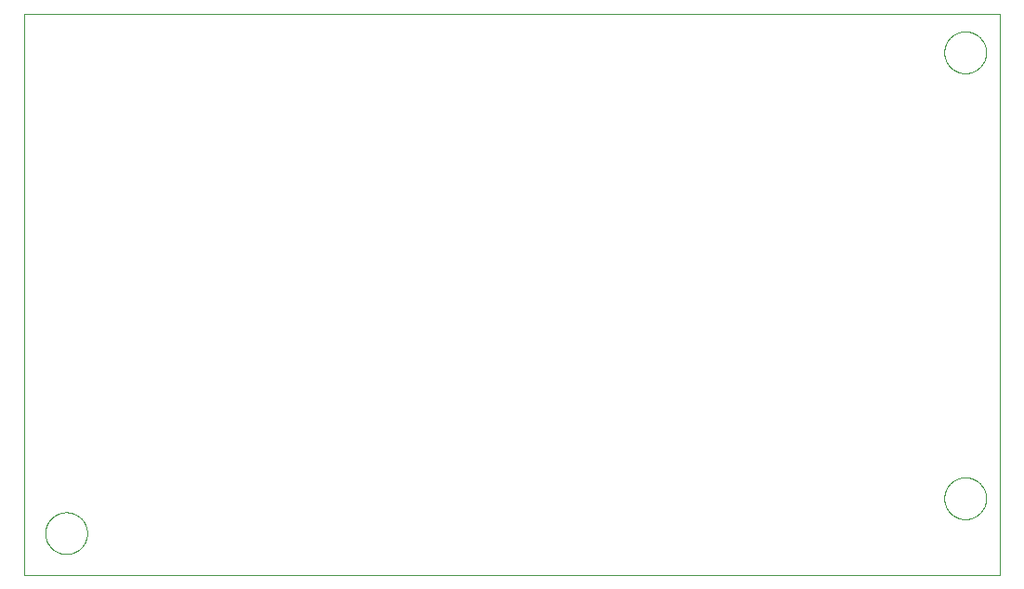
<source format=gko>
G75*
%MOIN*%
%OFA0B0*%
%FSLAX25Y25*%
%IPPOS*%
%LPD*%
%AMOC8*
5,1,8,0,0,1.08239X$1,22.5*
%
%ADD10C,0.00000*%
D10*
X0037000Y0037000D02*
X0037000Y0238201D01*
X0386921Y0238201D01*
X0386921Y0037000D01*
X0037000Y0037000D01*
X0044500Y0052000D02*
X0044502Y0052184D01*
X0044509Y0052368D01*
X0044520Y0052552D01*
X0044536Y0052735D01*
X0044556Y0052918D01*
X0044581Y0053100D01*
X0044610Y0053282D01*
X0044644Y0053463D01*
X0044682Y0053643D01*
X0044725Y0053822D01*
X0044772Y0054000D01*
X0044823Y0054177D01*
X0044879Y0054353D01*
X0044938Y0054527D01*
X0045003Y0054699D01*
X0045071Y0054870D01*
X0045143Y0055039D01*
X0045220Y0055207D01*
X0045301Y0055372D01*
X0045386Y0055535D01*
X0045474Y0055697D01*
X0045567Y0055856D01*
X0045664Y0056012D01*
X0045764Y0056167D01*
X0045868Y0056319D01*
X0045976Y0056468D01*
X0046087Y0056614D01*
X0046202Y0056758D01*
X0046321Y0056899D01*
X0046443Y0057037D01*
X0046568Y0057172D01*
X0046697Y0057303D01*
X0046828Y0057432D01*
X0046963Y0057557D01*
X0047101Y0057679D01*
X0047242Y0057798D01*
X0047386Y0057913D01*
X0047532Y0058024D01*
X0047681Y0058132D01*
X0047833Y0058236D01*
X0047988Y0058336D01*
X0048144Y0058433D01*
X0048303Y0058526D01*
X0048465Y0058614D01*
X0048628Y0058699D01*
X0048793Y0058780D01*
X0048961Y0058857D01*
X0049130Y0058929D01*
X0049301Y0058997D01*
X0049473Y0059062D01*
X0049647Y0059121D01*
X0049823Y0059177D01*
X0050000Y0059228D01*
X0050178Y0059275D01*
X0050357Y0059318D01*
X0050537Y0059356D01*
X0050718Y0059390D01*
X0050900Y0059419D01*
X0051082Y0059444D01*
X0051265Y0059464D01*
X0051448Y0059480D01*
X0051632Y0059491D01*
X0051816Y0059498D01*
X0052000Y0059500D01*
X0052184Y0059498D01*
X0052368Y0059491D01*
X0052552Y0059480D01*
X0052735Y0059464D01*
X0052918Y0059444D01*
X0053100Y0059419D01*
X0053282Y0059390D01*
X0053463Y0059356D01*
X0053643Y0059318D01*
X0053822Y0059275D01*
X0054000Y0059228D01*
X0054177Y0059177D01*
X0054353Y0059121D01*
X0054527Y0059062D01*
X0054699Y0058997D01*
X0054870Y0058929D01*
X0055039Y0058857D01*
X0055207Y0058780D01*
X0055372Y0058699D01*
X0055535Y0058614D01*
X0055697Y0058526D01*
X0055856Y0058433D01*
X0056012Y0058336D01*
X0056167Y0058236D01*
X0056319Y0058132D01*
X0056468Y0058024D01*
X0056614Y0057913D01*
X0056758Y0057798D01*
X0056899Y0057679D01*
X0057037Y0057557D01*
X0057172Y0057432D01*
X0057303Y0057303D01*
X0057432Y0057172D01*
X0057557Y0057037D01*
X0057679Y0056899D01*
X0057798Y0056758D01*
X0057913Y0056614D01*
X0058024Y0056468D01*
X0058132Y0056319D01*
X0058236Y0056167D01*
X0058336Y0056012D01*
X0058433Y0055856D01*
X0058526Y0055697D01*
X0058614Y0055535D01*
X0058699Y0055372D01*
X0058780Y0055207D01*
X0058857Y0055039D01*
X0058929Y0054870D01*
X0058997Y0054699D01*
X0059062Y0054527D01*
X0059121Y0054353D01*
X0059177Y0054177D01*
X0059228Y0054000D01*
X0059275Y0053822D01*
X0059318Y0053643D01*
X0059356Y0053463D01*
X0059390Y0053282D01*
X0059419Y0053100D01*
X0059444Y0052918D01*
X0059464Y0052735D01*
X0059480Y0052552D01*
X0059491Y0052368D01*
X0059498Y0052184D01*
X0059500Y0052000D01*
X0059498Y0051816D01*
X0059491Y0051632D01*
X0059480Y0051448D01*
X0059464Y0051265D01*
X0059444Y0051082D01*
X0059419Y0050900D01*
X0059390Y0050718D01*
X0059356Y0050537D01*
X0059318Y0050357D01*
X0059275Y0050178D01*
X0059228Y0050000D01*
X0059177Y0049823D01*
X0059121Y0049647D01*
X0059062Y0049473D01*
X0058997Y0049301D01*
X0058929Y0049130D01*
X0058857Y0048961D01*
X0058780Y0048793D01*
X0058699Y0048628D01*
X0058614Y0048465D01*
X0058526Y0048303D01*
X0058433Y0048144D01*
X0058336Y0047988D01*
X0058236Y0047833D01*
X0058132Y0047681D01*
X0058024Y0047532D01*
X0057913Y0047386D01*
X0057798Y0047242D01*
X0057679Y0047101D01*
X0057557Y0046963D01*
X0057432Y0046828D01*
X0057303Y0046697D01*
X0057172Y0046568D01*
X0057037Y0046443D01*
X0056899Y0046321D01*
X0056758Y0046202D01*
X0056614Y0046087D01*
X0056468Y0045976D01*
X0056319Y0045868D01*
X0056167Y0045764D01*
X0056012Y0045664D01*
X0055856Y0045567D01*
X0055697Y0045474D01*
X0055535Y0045386D01*
X0055372Y0045301D01*
X0055207Y0045220D01*
X0055039Y0045143D01*
X0054870Y0045071D01*
X0054699Y0045003D01*
X0054527Y0044938D01*
X0054353Y0044879D01*
X0054177Y0044823D01*
X0054000Y0044772D01*
X0053822Y0044725D01*
X0053643Y0044682D01*
X0053463Y0044644D01*
X0053282Y0044610D01*
X0053100Y0044581D01*
X0052918Y0044556D01*
X0052735Y0044536D01*
X0052552Y0044520D01*
X0052368Y0044509D01*
X0052184Y0044502D01*
X0052000Y0044500D01*
X0051816Y0044502D01*
X0051632Y0044509D01*
X0051448Y0044520D01*
X0051265Y0044536D01*
X0051082Y0044556D01*
X0050900Y0044581D01*
X0050718Y0044610D01*
X0050537Y0044644D01*
X0050357Y0044682D01*
X0050178Y0044725D01*
X0050000Y0044772D01*
X0049823Y0044823D01*
X0049647Y0044879D01*
X0049473Y0044938D01*
X0049301Y0045003D01*
X0049130Y0045071D01*
X0048961Y0045143D01*
X0048793Y0045220D01*
X0048628Y0045301D01*
X0048465Y0045386D01*
X0048303Y0045474D01*
X0048144Y0045567D01*
X0047988Y0045664D01*
X0047833Y0045764D01*
X0047681Y0045868D01*
X0047532Y0045976D01*
X0047386Y0046087D01*
X0047242Y0046202D01*
X0047101Y0046321D01*
X0046963Y0046443D01*
X0046828Y0046568D01*
X0046697Y0046697D01*
X0046568Y0046828D01*
X0046443Y0046963D01*
X0046321Y0047101D01*
X0046202Y0047242D01*
X0046087Y0047386D01*
X0045976Y0047532D01*
X0045868Y0047681D01*
X0045764Y0047833D01*
X0045664Y0047988D01*
X0045567Y0048144D01*
X0045474Y0048303D01*
X0045386Y0048465D01*
X0045301Y0048628D01*
X0045220Y0048793D01*
X0045143Y0048961D01*
X0045071Y0049130D01*
X0045003Y0049301D01*
X0044938Y0049473D01*
X0044879Y0049647D01*
X0044823Y0049823D01*
X0044772Y0050000D01*
X0044725Y0050178D01*
X0044682Y0050357D01*
X0044644Y0050537D01*
X0044610Y0050718D01*
X0044581Y0050900D01*
X0044556Y0051082D01*
X0044536Y0051265D01*
X0044520Y0051448D01*
X0044509Y0051632D01*
X0044502Y0051816D01*
X0044500Y0052000D01*
X0367000Y0064500D02*
X0367002Y0064684D01*
X0367009Y0064868D01*
X0367020Y0065052D01*
X0367036Y0065235D01*
X0367056Y0065418D01*
X0367081Y0065600D01*
X0367110Y0065782D01*
X0367144Y0065963D01*
X0367182Y0066143D01*
X0367225Y0066322D01*
X0367272Y0066500D01*
X0367323Y0066677D01*
X0367379Y0066853D01*
X0367438Y0067027D01*
X0367503Y0067199D01*
X0367571Y0067370D01*
X0367643Y0067539D01*
X0367720Y0067707D01*
X0367801Y0067872D01*
X0367886Y0068035D01*
X0367974Y0068197D01*
X0368067Y0068356D01*
X0368164Y0068512D01*
X0368264Y0068667D01*
X0368368Y0068819D01*
X0368476Y0068968D01*
X0368587Y0069114D01*
X0368702Y0069258D01*
X0368821Y0069399D01*
X0368943Y0069537D01*
X0369068Y0069672D01*
X0369197Y0069803D01*
X0369328Y0069932D01*
X0369463Y0070057D01*
X0369601Y0070179D01*
X0369742Y0070298D01*
X0369886Y0070413D01*
X0370032Y0070524D01*
X0370181Y0070632D01*
X0370333Y0070736D01*
X0370488Y0070836D01*
X0370644Y0070933D01*
X0370803Y0071026D01*
X0370965Y0071114D01*
X0371128Y0071199D01*
X0371293Y0071280D01*
X0371461Y0071357D01*
X0371630Y0071429D01*
X0371801Y0071497D01*
X0371973Y0071562D01*
X0372147Y0071621D01*
X0372323Y0071677D01*
X0372500Y0071728D01*
X0372678Y0071775D01*
X0372857Y0071818D01*
X0373037Y0071856D01*
X0373218Y0071890D01*
X0373400Y0071919D01*
X0373582Y0071944D01*
X0373765Y0071964D01*
X0373948Y0071980D01*
X0374132Y0071991D01*
X0374316Y0071998D01*
X0374500Y0072000D01*
X0374684Y0071998D01*
X0374868Y0071991D01*
X0375052Y0071980D01*
X0375235Y0071964D01*
X0375418Y0071944D01*
X0375600Y0071919D01*
X0375782Y0071890D01*
X0375963Y0071856D01*
X0376143Y0071818D01*
X0376322Y0071775D01*
X0376500Y0071728D01*
X0376677Y0071677D01*
X0376853Y0071621D01*
X0377027Y0071562D01*
X0377199Y0071497D01*
X0377370Y0071429D01*
X0377539Y0071357D01*
X0377707Y0071280D01*
X0377872Y0071199D01*
X0378035Y0071114D01*
X0378197Y0071026D01*
X0378356Y0070933D01*
X0378512Y0070836D01*
X0378667Y0070736D01*
X0378819Y0070632D01*
X0378968Y0070524D01*
X0379114Y0070413D01*
X0379258Y0070298D01*
X0379399Y0070179D01*
X0379537Y0070057D01*
X0379672Y0069932D01*
X0379803Y0069803D01*
X0379932Y0069672D01*
X0380057Y0069537D01*
X0380179Y0069399D01*
X0380298Y0069258D01*
X0380413Y0069114D01*
X0380524Y0068968D01*
X0380632Y0068819D01*
X0380736Y0068667D01*
X0380836Y0068512D01*
X0380933Y0068356D01*
X0381026Y0068197D01*
X0381114Y0068035D01*
X0381199Y0067872D01*
X0381280Y0067707D01*
X0381357Y0067539D01*
X0381429Y0067370D01*
X0381497Y0067199D01*
X0381562Y0067027D01*
X0381621Y0066853D01*
X0381677Y0066677D01*
X0381728Y0066500D01*
X0381775Y0066322D01*
X0381818Y0066143D01*
X0381856Y0065963D01*
X0381890Y0065782D01*
X0381919Y0065600D01*
X0381944Y0065418D01*
X0381964Y0065235D01*
X0381980Y0065052D01*
X0381991Y0064868D01*
X0381998Y0064684D01*
X0382000Y0064500D01*
X0381998Y0064316D01*
X0381991Y0064132D01*
X0381980Y0063948D01*
X0381964Y0063765D01*
X0381944Y0063582D01*
X0381919Y0063400D01*
X0381890Y0063218D01*
X0381856Y0063037D01*
X0381818Y0062857D01*
X0381775Y0062678D01*
X0381728Y0062500D01*
X0381677Y0062323D01*
X0381621Y0062147D01*
X0381562Y0061973D01*
X0381497Y0061801D01*
X0381429Y0061630D01*
X0381357Y0061461D01*
X0381280Y0061293D01*
X0381199Y0061128D01*
X0381114Y0060965D01*
X0381026Y0060803D01*
X0380933Y0060644D01*
X0380836Y0060488D01*
X0380736Y0060333D01*
X0380632Y0060181D01*
X0380524Y0060032D01*
X0380413Y0059886D01*
X0380298Y0059742D01*
X0380179Y0059601D01*
X0380057Y0059463D01*
X0379932Y0059328D01*
X0379803Y0059197D01*
X0379672Y0059068D01*
X0379537Y0058943D01*
X0379399Y0058821D01*
X0379258Y0058702D01*
X0379114Y0058587D01*
X0378968Y0058476D01*
X0378819Y0058368D01*
X0378667Y0058264D01*
X0378512Y0058164D01*
X0378356Y0058067D01*
X0378197Y0057974D01*
X0378035Y0057886D01*
X0377872Y0057801D01*
X0377707Y0057720D01*
X0377539Y0057643D01*
X0377370Y0057571D01*
X0377199Y0057503D01*
X0377027Y0057438D01*
X0376853Y0057379D01*
X0376677Y0057323D01*
X0376500Y0057272D01*
X0376322Y0057225D01*
X0376143Y0057182D01*
X0375963Y0057144D01*
X0375782Y0057110D01*
X0375600Y0057081D01*
X0375418Y0057056D01*
X0375235Y0057036D01*
X0375052Y0057020D01*
X0374868Y0057009D01*
X0374684Y0057002D01*
X0374500Y0057000D01*
X0374316Y0057002D01*
X0374132Y0057009D01*
X0373948Y0057020D01*
X0373765Y0057036D01*
X0373582Y0057056D01*
X0373400Y0057081D01*
X0373218Y0057110D01*
X0373037Y0057144D01*
X0372857Y0057182D01*
X0372678Y0057225D01*
X0372500Y0057272D01*
X0372323Y0057323D01*
X0372147Y0057379D01*
X0371973Y0057438D01*
X0371801Y0057503D01*
X0371630Y0057571D01*
X0371461Y0057643D01*
X0371293Y0057720D01*
X0371128Y0057801D01*
X0370965Y0057886D01*
X0370803Y0057974D01*
X0370644Y0058067D01*
X0370488Y0058164D01*
X0370333Y0058264D01*
X0370181Y0058368D01*
X0370032Y0058476D01*
X0369886Y0058587D01*
X0369742Y0058702D01*
X0369601Y0058821D01*
X0369463Y0058943D01*
X0369328Y0059068D01*
X0369197Y0059197D01*
X0369068Y0059328D01*
X0368943Y0059463D01*
X0368821Y0059601D01*
X0368702Y0059742D01*
X0368587Y0059886D01*
X0368476Y0060032D01*
X0368368Y0060181D01*
X0368264Y0060333D01*
X0368164Y0060488D01*
X0368067Y0060644D01*
X0367974Y0060803D01*
X0367886Y0060965D01*
X0367801Y0061128D01*
X0367720Y0061293D01*
X0367643Y0061461D01*
X0367571Y0061630D01*
X0367503Y0061801D01*
X0367438Y0061973D01*
X0367379Y0062147D01*
X0367323Y0062323D01*
X0367272Y0062500D01*
X0367225Y0062678D01*
X0367182Y0062857D01*
X0367144Y0063037D01*
X0367110Y0063218D01*
X0367081Y0063400D01*
X0367056Y0063582D01*
X0367036Y0063765D01*
X0367020Y0063948D01*
X0367009Y0064132D01*
X0367002Y0064316D01*
X0367000Y0064500D01*
X0367000Y0224500D02*
X0367002Y0224684D01*
X0367009Y0224868D01*
X0367020Y0225052D01*
X0367036Y0225235D01*
X0367056Y0225418D01*
X0367081Y0225600D01*
X0367110Y0225782D01*
X0367144Y0225963D01*
X0367182Y0226143D01*
X0367225Y0226322D01*
X0367272Y0226500D01*
X0367323Y0226677D01*
X0367379Y0226853D01*
X0367438Y0227027D01*
X0367503Y0227199D01*
X0367571Y0227370D01*
X0367643Y0227539D01*
X0367720Y0227707D01*
X0367801Y0227872D01*
X0367886Y0228035D01*
X0367974Y0228197D01*
X0368067Y0228356D01*
X0368164Y0228512D01*
X0368264Y0228667D01*
X0368368Y0228819D01*
X0368476Y0228968D01*
X0368587Y0229114D01*
X0368702Y0229258D01*
X0368821Y0229399D01*
X0368943Y0229537D01*
X0369068Y0229672D01*
X0369197Y0229803D01*
X0369328Y0229932D01*
X0369463Y0230057D01*
X0369601Y0230179D01*
X0369742Y0230298D01*
X0369886Y0230413D01*
X0370032Y0230524D01*
X0370181Y0230632D01*
X0370333Y0230736D01*
X0370488Y0230836D01*
X0370644Y0230933D01*
X0370803Y0231026D01*
X0370965Y0231114D01*
X0371128Y0231199D01*
X0371293Y0231280D01*
X0371461Y0231357D01*
X0371630Y0231429D01*
X0371801Y0231497D01*
X0371973Y0231562D01*
X0372147Y0231621D01*
X0372323Y0231677D01*
X0372500Y0231728D01*
X0372678Y0231775D01*
X0372857Y0231818D01*
X0373037Y0231856D01*
X0373218Y0231890D01*
X0373400Y0231919D01*
X0373582Y0231944D01*
X0373765Y0231964D01*
X0373948Y0231980D01*
X0374132Y0231991D01*
X0374316Y0231998D01*
X0374500Y0232000D01*
X0374684Y0231998D01*
X0374868Y0231991D01*
X0375052Y0231980D01*
X0375235Y0231964D01*
X0375418Y0231944D01*
X0375600Y0231919D01*
X0375782Y0231890D01*
X0375963Y0231856D01*
X0376143Y0231818D01*
X0376322Y0231775D01*
X0376500Y0231728D01*
X0376677Y0231677D01*
X0376853Y0231621D01*
X0377027Y0231562D01*
X0377199Y0231497D01*
X0377370Y0231429D01*
X0377539Y0231357D01*
X0377707Y0231280D01*
X0377872Y0231199D01*
X0378035Y0231114D01*
X0378197Y0231026D01*
X0378356Y0230933D01*
X0378512Y0230836D01*
X0378667Y0230736D01*
X0378819Y0230632D01*
X0378968Y0230524D01*
X0379114Y0230413D01*
X0379258Y0230298D01*
X0379399Y0230179D01*
X0379537Y0230057D01*
X0379672Y0229932D01*
X0379803Y0229803D01*
X0379932Y0229672D01*
X0380057Y0229537D01*
X0380179Y0229399D01*
X0380298Y0229258D01*
X0380413Y0229114D01*
X0380524Y0228968D01*
X0380632Y0228819D01*
X0380736Y0228667D01*
X0380836Y0228512D01*
X0380933Y0228356D01*
X0381026Y0228197D01*
X0381114Y0228035D01*
X0381199Y0227872D01*
X0381280Y0227707D01*
X0381357Y0227539D01*
X0381429Y0227370D01*
X0381497Y0227199D01*
X0381562Y0227027D01*
X0381621Y0226853D01*
X0381677Y0226677D01*
X0381728Y0226500D01*
X0381775Y0226322D01*
X0381818Y0226143D01*
X0381856Y0225963D01*
X0381890Y0225782D01*
X0381919Y0225600D01*
X0381944Y0225418D01*
X0381964Y0225235D01*
X0381980Y0225052D01*
X0381991Y0224868D01*
X0381998Y0224684D01*
X0382000Y0224500D01*
X0381998Y0224316D01*
X0381991Y0224132D01*
X0381980Y0223948D01*
X0381964Y0223765D01*
X0381944Y0223582D01*
X0381919Y0223400D01*
X0381890Y0223218D01*
X0381856Y0223037D01*
X0381818Y0222857D01*
X0381775Y0222678D01*
X0381728Y0222500D01*
X0381677Y0222323D01*
X0381621Y0222147D01*
X0381562Y0221973D01*
X0381497Y0221801D01*
X0381429Y0221630D01*
X0381357Y0221461D01*
X0381280Y0221293D01*
X0381199Y0221128D01*
X0381114Y0220965D01*
X0381026Y0220803D01*
X0380933Y0220644D01*
X0380836Y0220488D01*
X0380736Y0220333D01*
X0380632Y0220181D01*
X0380524Y0220032D01*
X0380413Y0219886D01*
X0380298Y0219742D01*
X0380179Y0219601D01*
X0380057Y0219463D01*
X0379932Y0219328D01*
X0379803Y0219197D01*
X0379672Y0219068D01*
X0379537Y0218943D01*
X0379399Y0218821D01*
X0379258Y0218702D01*
X0379114Y0218587D01*
X0378968Y0218476D01*
X0378819Y0218368D01*
X0378667Y0218264D01*
X0378512Y0218164D01*
X0378356Y0218067D01*
X0378197Y0217974D01*
X0378035Y0217886D01*
X0377872Y0217801D01*
X0377707Y0217720D01*
X0377539Y0217643D01*
X0377370Y0217571D01*
X0377199Y0217503D01*
X0377027Y0217438D01*
X0376853Y0217379D01*
X0376677Y0217323D01*
X0376500Y0217272D01*
X0376322Y0217225D01*
X0376143Y0217182D01*
X0375963Y0217144D01*
X0375782Y0217110D01*
X0375600Y0217081D01*
X0375418Y0217056D01*
X0375235Y0217036D01*
X0375052Y0217020D01*
X0374868Y0217009D01*
X0374684Y0217002D01*
X0374500Y0217000D01*
X0374316Y0217002D01*
X0374132Y0217009D01*
X0373948Y0217020D01*
X0373765Y0217036D01*
X0373582Y0217056D01*
X0373400Y0217081D01*
X0373218Y0217110D01*
X0373037Y0217144D01*
X0372857Y0217182D01*
X0372678Y0217225D01*
X0372500Y0217272D01*
X0372323Y0217323D01*
X0372147Y0217379D01*
X0371973Y0217438D01*
X0371801Y0217503D01*
X0371630Y0217571D01*
X0371461Y0217643D01*
X0371293Y0217720D01*
X0371128Y0217801D01*
X0370965Y0217886D01*
X0370803Y0217974D01*
X0370644Y0218067D01*
X0370488Y0218164D01*
X0370333Y0218264D01*
X0370181Y0218368D01*
X0370032Y0218476D01*
X0369886Y0218587D01*
X0369742Y0218702D01*
X0369601Y0218821D01*
X0369463Y0218943D01*
X0369328Y0219068D01*
X0369197Y0219197D01*
X0369068Y0219328D01*
X0368943Y0219463D01*
X0368821Y0219601D01*
X0368702Y0219742D01*
X0368587Y0219886D01*
X0368476Y0220032D01*
X0368368Y0220181D01*
X0368264Y0220333D01*
X0368164Y0220488D01*
X0368067Y0220644D01*
X0367974Y0220803D01*
X0367886Y0220965D01*
X0367801Y0221128D01*
X0367720Y0221293D01*
X0367643Y0221461D01*
X0367571Y0221630D01*
X0367503Y0221801D01*
X0367438Y0221973D01*
X0367379Y0222147D01*
X0367323Y0222323D01*
X0367272Y0222500D01*
X0367225Y0222678D01*
X0367182Y0222857D01*
X0367144Y0223037D01*
X0367110Y0223218D01*
X0367081Y0223400D01*
X0367056Y0223582D01*
X0367036Y0223765D01*
X0367020Y0223948D01*
X0367009Y0224132D01*
X0367002Y0224316D01*
X0367000Y0224500D01*
M02*

</source>
